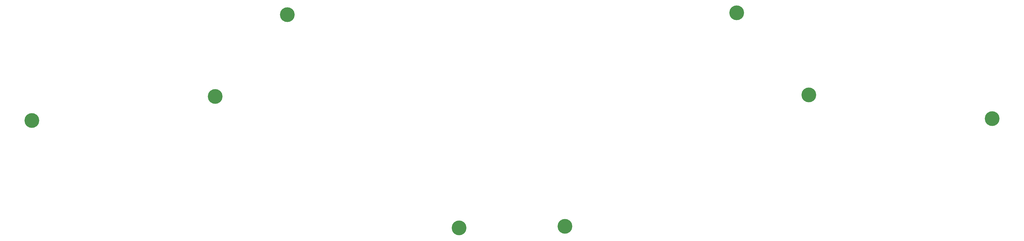
<source format=gbr>
%TF.GenerationSoftware,KiCad,Pcbnew,7.0.7*%
%TF.CreationDate,2023-10-05T00:16:33-07:00*%
%TF.ProjectId,neighboard-plate,6e656967-6862-46f6-9172-642d706c6174,1.1*%
%TF.SameCoordinates,Original*%
%TF.FileFunction,Soldermask,Bot*%
%TF.FilePolarity,Negative*%
%FSLAX46Y46*%
G04 Gerber Fmt 4.6, Leading zero omitted, Abs format (unit mm)*
G04 Created by KiCad (PCBNEW 7.0.7) date 2023-10-05 00:16:33*
%MOMM*%
%LPD*%
G01*
G04 APERTURE LIST*
%ADD10C,0.500000*%
%ADD11C,4.000000*%
G04 APERTURE END LIST*
D10*
%TO.C,Ref\u002A\u002A*%
X285800000Y-119750000D03*
X286240000Y-118690000D03*
X286240000Y-120810000D03*
X287300000Y-118250000D03*
D11*
X287300000Y-119750000D03*
D10*
X287300000Y-121250000D03*
X288360000Y-118690000D03*
X288360000Y-120810000D03*
X288800000Y-119750000D03*
%TD*%
%TO.C,Ref\u002A\u002A*%
X75150000Y-126700000D03*
X75590000Y-125640000D03*
X75590000Y-127760000D03*
X76650000Y-125200000D03*
D11*
X76650000Y-126700000D03*
D10*
X76650000Y-128200000D03*
X77710000Y-125640000D03*
X77710000Y-127760000D03*
X78150000Y-126700000D03*
%TD*%
%TO.C,Ref\u002A\u002A*%
X144450000Y-98000000D03*
X144890000Y-96940000D03*
X144890000Y-99060000D03*
X145950000Y-96500000D03*
D11*
X145950000Y-98000000D03*
D10*
X145950000Y-99500000D03*
X147010000Y-96940000D03*
X147010000Y-99060000D03*
X147450000Y-98000000D03*
%TD*%
%TO.C,Ref\u002A\u002A*%
X335550000Y-126250000D03*
X335990000Y-125190000D03*
X335990000Y-127310000D03*
X337050000Y-124750000D03*
D11*
X337050000Y-126250000D03*
D10*
X337050000Y-127750000D03*
X338110000Y-125190000D03*
X338110000Y-127310000D03*
X338550000Y-126250000D03*
%TD*%
%TO.C,Ref\u002A\u002A*%
X124900000Y-120200000D03*
X125340000Y-119140000D03*
X125340000Y-121260000D03*
X126400000Y-118700000D03*
D11*
X126400000Y-120200000D03*
D10*
X126400000Y-121700000D03*
X127460000Y-119140000D03*
X127460000Y-121260000D03*
X127900000Y-120200000D03*
%TD*%
%TO.C,Ref\u002A\u002A*%
X191000000Y-155850000D03*
X191440000Y-154790000D03*
X191440000Y-156910000D03*
X192500000Y-154350000D03*
D11*
X192500000Y-155850000D03*
D10*
X192500000Y-157350000D03*
X193560000Y-154790000D03*
X193560000Y-156910000D03*
X194000000Y-155850000D03*
%TD*%
%TO.C,Ref\u002A\u002A*%
X266300000Y-97550000D03*
X266740000Y-96490000D03*
X266740000Y-98610000D03*
X267800000Y-96050000D03*
D11*
X267800000Y-97550000D03*
D10*
X267800000Y-99050000D03*
X268860000Y-96490000D03*
X268860000Y-98610000D03*
X269300000Y-97550000D03*
%TD*%
%TO.C,Ref\u002A\u002A*%
X219700000Y-155400000D03*
X220140000Y-154340000D03*
X220140000Y-156460000D03*
X221200000Y-153900000D03*
D11*
X221200000Y-155400000D03*
D10*
X221200000Y-156900000D03*
X222260000Y-154340000D03*
X222260000Y-156460000D03*
X222700000Y-155400000D03*
%TD*%
M02*

</source>
